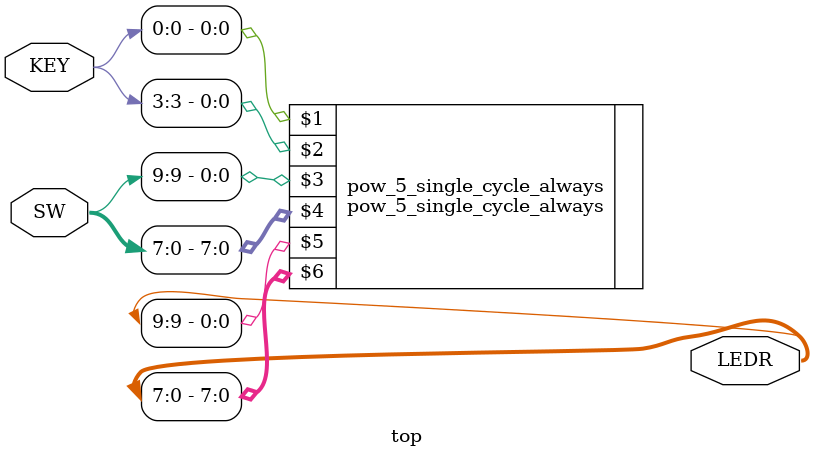
<source format=v>
module top (SW, KEY, LEDR);

	 input wire [9:0] SW;        // DE-series switches
    input wire [3:0] KEY;       // DE-series pushbuttons
   
	 output wire [9:0] LEDR;     // DE-series LEDs   

    pow_5_single_cycle_always pow_5_single_cycle_always (KEY[0], KEY[3], SW[9], SW[7:0], LEDR[9], LEDR[7:0]);

endmodule


</source>
